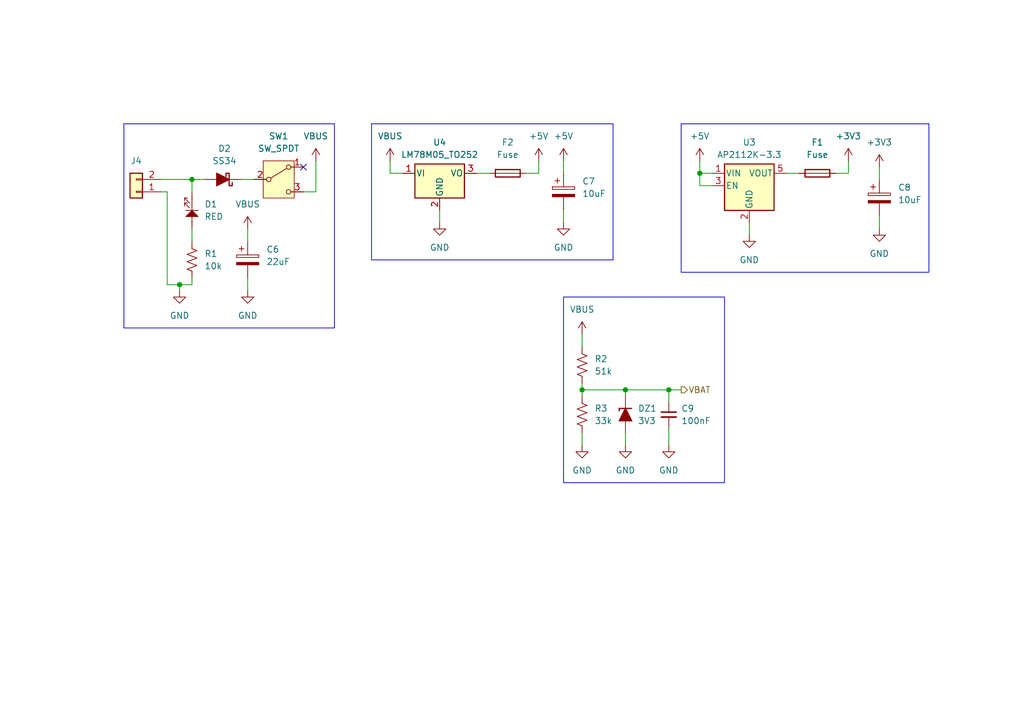
<source format=kicad_sch>
(kicad_sch (version 20231120) (generator "eeschema") (generator_version "8.0")
  (paper "A5")
  (title_block (title "Ideal Everything Controller Receiver - (v1.0)") (date "2024-04-07") (rev "R0"))
  (lib_symbols
    (symbol "Connector_Generic:Conn_01x02" (pin_names (offset 1.016) hide)
      (property "Reference" "J" (at 0 2.54 0))
      (property "Value" "Conn_01x02" (at 0 -5.08 0))
      (symbol "Conn_01x02_1_1"
        (rectangle (start -1.27 -2.413) (end 0 -2.667) (stroke (width 0.1524)))
        (rectangle (start -1.27 0.127) (end 0 -0.127) (stroke (width 0.1524)))
        (rectangle (start -1.27 1.27) (end 1.27 -3.81) (stroke (width 0.254)) (fill (type background)))
        (pin passive line (at -5.08 0 0) (length 3.81) (name "Pin_1") (number "1"))
        (pin passive line (at -5.08 -2.54 0) (length 3.81) (name "Pin_2") (number "2"))
      )
    )
    (symbol "Device:C_Polarized" (pin_numbers hide) (pin_names (offset 0.254))
      (property "Reference" "C" (at 0.635 2.54 0))
      (property "Value" "C_Polarized" (at 0.635 -2.54 0))
      (symbol "C_Polarized_0_1"
        (rectangle (start -2.286 0.508) (end 2.286 1.016))
        (polyline (pts (xy -1.778 2.286) (xy -0.762 2.286)))
        (polyline (pts (xy -1.27 2.794) (xy -1.27 1.778)))
        (rectangle (start 2.286 -0.508) (end -2.286 -1.016) (fill (type outline)))
      )
      (symbol "C_Polarized_1_1"
        (pin passive line (at 0 3.81 270) (length 2.794) (name "~") (number "1"))
        (pin passive line (at 0 -3.81 90) (length 2.794) (name "~") (number "2"))
      )
    )
    (symbol "Device:C_Small" (pin_numbers hide) (pin_names (offset 0.254) hide)
      (property "Reference" "C" (at 0.254 1.778 0))
      (property "Value" "C_Small" (at 0.254 -2.032 0))
      (symbol "C_Small_0_1"
        (polyline (pts (xy -1.524 -0.508) (xy 1.524 -0.508)) (stroke (width 0.3302)))
        (polyline (pts (xy -1.524 0.508) (xy 1.524 0.508)) (stroke (width 0.3048)))
      )
      (symbol "C_Small_1_1"
        (pin passive line (at 0 2.54 270) (length 2.032) (name "~") (number "1"))
        (pin passive line (at 0 -2.54 90) (length 2.032) (name "~") (number "2"))
      )
    )
    (symbol "Device:Fuse" (pin_numbers hide) (pin_names (offset 0))
      (property "Reference" "F" (at 2.032 0 90))
      (property "Value" "Fuse" (at -1.905 0 90))
      (symbol "Fuse_0_1"
        (rectangle (start -0.762 -2.54) (end 0.762 2.54) (stroke (width 0.254)))
        (polyline (pts (xy 0 2.54) (xy 0 -2.54)))
      )
      (symbol "Fuse_1_1"
        (pin passive line (at 0 3.81 270) (length 1.27) (name "~") (number "1"))
        (pin passive line (at 0 -3.81 90) (length 1.27) (name "~") (number "2"))
      )
    )
    (symbol "Device:R_US" (pin_numbers hide) (pin_names (offset 0))
      (property "Reference" "R" (at 2.54 0 90))
      (property "Value" "R_US" (at -2.54 0 90))
      (symbol "R_US_0_1"
        (polyline (pts (xy 0 -2.286) (xy 0 -2.54)))
        (polyline (pts (xy 0 2.286) (xy 0 2.54)))
        (polyline (pts (xy 0 -0.762) (xy 1.016 -1.143) (xy 0 -1.524) (xy -1.016 -1.905) (xy 0 -2.286)))
        (polyline (pts (xy 0 0.762) (xy 1.016 0.381) (xy 0 0) (xy -1.016 -0.381) (xy 0 -0.762)))
        (polyline (pts (xy 0 2.286) (xy 1.016 1.905) (xy 0 1.524) (xy -1.016 1.143) (xy 0 0.762)))
      )
      (symbol "R_US_1_1"
        (pin passive line (at 0 3.81 270) (length 1.27) (name "~") (number "1"))
        (pin passive line (at 0 -3.81 90) (length 1.27) (name "~") (number "2"))
      )
    )
    (symbol "PCM_Diode_Schottky_AKL:D_Schottky_Generic" (pin_numbers hide) (pin_names (offset 1.016) hide)
      (property "Reference" "D" (at 0 5.08 0))
      (property "Value" "D_Schottky_Generic" (at 0 2.54 0))
      (symbol "D_Schottky_Generic_0_1"
        (polyline (pts (xy -1.27 0) (xy 1.27 0)))
        (polyline (pts (xy -1.27 -1.27) (xy -1.27 1.27) (xy 1.27 0) (xy -1.27 -1.27)) (stroke (width 0.254)) (fill (type outline)))
        (polyline (pts (xy 1.905 -0.635) (xy 1.905 -1.27) (xy 1.27 -1.27) (xy 1.27 1.27) (xy 0.635 1.27) (xy 0.635 0.635)) (stroke (width 0.254)))
      )
      (symbol "D_Schottky_Generic_1_1"
        (pin passive line (at 3.81 0 180) (length 2.54) (name "K") (number "1"))
        (pin passive line (at -3.81 0 0) (length 2.54) (name "A") (number "2"))
      )
    )
    (symbol "PCM_Diode_Zener_AKL:D_Zener_Generic" (pin_numbers hide) (pin_names (offset 1.016) hide)
      (property "Reference" "DZ" (at 0 5.08 0))
      (property "Value" "D_Zener_Generic" (at 0 2.54 0))
      (symbol "D_Zener_Generic_0_1"
        (polyline (pts (xy -1.27 0) (xy 1.27 0)))
        (polyline (pts (xy 1.27 1.27) (xy 0.762 1.27)) (stroke (width 0.254)))
        (polyline (pts (xy 1.27 1.27) (xy 1.27 -1.27)) (stroke (width 0.254)))
        (polyline (pts (xy -1.27 -1.27) (xy -1.27 1.27) (xy 1.27 0) (xy -1.27 -1.27)) (stroke (width 0.254)) (fill (type outline)))
      )
      (symbol "D_Zener_Generic_1_1"
        (pin passive line (at 3.81 0 180) (length 2.54) (name "K") (number "1"))
        (pin passive line (at -3.81 0 0) (length 2.54) (name "A") (number "2"))
      )
    )
    (symbol "PCM_SL_Devices:LED"
      (property "Reference" "D" (at -0.508 5.334 0))
      (property "Value" "LED" (at -0.508 2.794 0))
      (symbol "LED_0_1"
        (polyline (pts (xy -1.27 0) (xy -2.54 0)))
        (polyline (pts (xy 0 1.27) (xy 0 -1.27)))
        (polyline (pts (xy 0.508 0.508) (xy 1.524 1.524)))
        (polyline (pts (xy 1.27 0) (xy 2.54 0)))
        (polyline (pts (xy 1.524 0.508) (xy 2.54 1.524)))
        (polyline (pts (xy 1.524 1.524) (xy 0.889 1.524)))
        (polyline (pts (xy 1.524 1.524) (xy 1.524 0.889)))
        (polyline (pts (xy 2.54 1.524) (xy 1.905 1.524)))
        (polyline (pts (xy 2.54 1.524) (xy 2.54 0.889)))
        (polyline (pts (xy 0 0) (xy -1.27 -1.27) (xy -1.27 1.27) (xy 0 0) (xy 1.27 0)) (fill (type outline)))
      )
      (symbol "LED_1_1"
        (pin passive line (at 3.81 0 180) (length 1.5) (name "~") (number "1"))
        (pin passive line (at -3.81 0 0) (length 1.5) (name "") (number "2"))
      )
    )
    (symbol "Regulator_Linear:AP2112K-3.3" (pin_names (offset 0.254))
      (property "Reference" "U" (at -5.08 5.715 0))
      (property "Value" "AP2112K-3.3" (at 0 5.715 0))
      (symbol "AP2112K-3.3_0_1"
        (rectangle (start -5.08 4.445) (end 5.08 -5.08) (stroke (width 0.254)) (fill (type background)))
      )
      (symbol "AP2112K-3.3_1_1"
        (pin power_in line (at -7.62 2.54 0) (length 2.54) (name "VIN") (number "1"))
        (pin power_in line (at 0 -7.62 90) (length 2.54) (name "GND") (number "2"))
        (pin input line (at -7.62 0 0) (length 2.54) (name "EN") (number "3"))
        (pin no_connect line (at 5.08 0 180) (length 2.54) hide (name "NC") (number "4"))
        (pin power_out line (at 7.62 2.54 180) (length 2.54) (name "VOUT") (number "5"))
      )
    )
    (symbol "Regulator_Linear:LM78M05_TO252" (pin_names (offset 0.254))
      (property "Reference" "U" (at -3.81 3.175 0))
      (property "Value" "LM78M05_TO252" (at 0 3.175 0))
      (symbol "LM78M05_TO252_0_1"
        (rectangle (start -5.08 1.905) (end 5.08 -5.08) (stroke (width 0.254)) (fill (type background)))
      )
      (symbol "LM78M05_TO252_1_1"
        (pin power_in line (at -7.62 0 0) (length 2.54) (name "VI") (number "1"))
        (pin power_in line (at 0 -7.62 90) (length 2.54) (name "GND") (number "2"))
        (pin power_out line (at 7.62 0 180) (length 2.54) (name "VO") (number "3"))
      )
    )
    (symbol "Switch:SW_SPDT" (pin_names (offset 0) hide)
      (property "Reference" "SW" (at 0 5.08 0))
      (property "Value" "SW_SPDT" (at 0 -5.08 0))
      (symbol "SW_SPDT_0_1"
        (circle (center -2.032 0) (radius 0.4572))
        (polyline (pts (xy -1.651 0.254) (xy 1.651 2.286)))
        (circle (center 2.032 -2.54) (radius 0.4572))
        (circle (center 2.032 2.54) (radius 0.4572))
      )
      (symbol "SW_SPDT_1_1"
        (rectangle (start -3.175 3.81) (end 3.175 -3.81) (fill (type background)))
        (pin passive line (at 5.08 2.54 180) (length 2.54) (name "A") (number "1"))
        (pin passive line (at -5.08 0 0) (length 2.54) (name "B") (number "2"))
        (pin passive line (at 5.08 -2.54 180) (length 2.54) (name "C") (number "3"))
      )
    )
    (symbol "power:+3V3" (power) (pin_numbers hide) (pin_names (offset 0) hide)
      (property "Value" "+3V3" (at 0 3.556 0))
      (symbol "+3V3_0_1"
        (polyline (pts (xy -0.762 1.27) (xy 0 2.54)))
        (polyline (pts (xy 0 0) (xy 0 2.54)))
        (polyline (pts (xy 0 2.54) (xy 0.762 1.27)))
      )
      (symbol "+3V3_1_1"
        (pin power_in line (at 0 0 90) (length 0) (name "~") (number "1"))
      )
    )
    (symbol "power:+5V" (power) (pin_numbers hide) (pin_names (offset 0) hide)
      (property "Value" "+5V" (at 0 3.556 0))
      (symbol "+5V_0_1"
        (polyline (pts (xy -0.762 1.27) (xy 0 2.54)))
        (polyline (pts (xy 0 0) (xy 0 2.54)))
        (polyline (pts (xy 0 2.54) (xy 0.762 1.27)))
      )
      (symbol "+5V_1_1"
        (pin power_in line (at 0 0 90) (length 0) (name "~") (number "1"))
      )
    )
    (symbol "power:GND" (power) (pin_numbers hide) (pin_names (offset 0) hide)
      (property "Value" "GND" (at 0 -3.81 0))
      (symbol "GND_0_1"
        (polyline (pts (xy 0 0) (xy 0 -1.27) (xy 1.27 -1.27) (xy 0 -2.54) (xy -1.27 -1.27) (xy 0 -1.27)))
      )
      (symbol "GND_1_1"
        (pin power_in line (at 0 0 270) (length 0) (name "~") (number "1"))
      )
    )
    (symbol "power:VBUS" (power) (pin_numbers hide) (pin_names (offset 0) hide)
      (property "Value" "VBUS" (at 0 3.556 0))
      (symbol "VBUS_0_1"
        (polyline (pts (xy -0.762 1.27) (xy 0 2.54)))
        (polyline (pts (xy 0 0) (xy 0 2.54)))
        (polyline (pts (xy 0 2.54) (xy 0.762 1.27)))
      )
      (symbol "VBUS_1_1"
        (pin power_in line (at 0 0 90) (length 0) (name "~") (number "1"))
      )
    )
  )
  (junction (at 119.38 80.01))
  (junction (at 143.51 35.56))
  (junction (at 137.16 80.01))
  (junction (at 39.37 36.83))
  (junction (at 36.83 58.42))
  (junction (at 128.27 80.01))
  (no_connect (at 62.23 34.29))
  (wire (pts (xy 173.99 33.02) (xy 173.99 35.56)))
  (wire (pts (xy 80.01 33.02) (xy 80.01 35.56)))
  (wire (pts (xy 62.23 39.37) (xy 64.77 39.37)))
  (wire (pts (xy 115.57 43.18) (xy 115.57 45.72)))
  (wire (pts (xy 128.27 88.9) (xy 128.27 91.44)))
  (wire (pts (xy 119.38 80.01) (xy 119.38 81.28)))
  (wire (pts (xy 36.83 58.42) (xy 39.37 58.42)))
  (wire (pts (xy 146.05 38.1) (xy 143.51 38.1)))
  (wire (pts (xy 33.02 36.83) (xy 39.37 36.83)))
  (wire (pts (xy 137.16 87.63) (xy 137.16 91.44)))
  (wire (pts (xy 128.27 80.01) (xy 128.27 81.28)))
  (wire (pts (xy 107.95 35.56) (xy 110.49 35.56)))
  (wire (pts (xy 173.99 35.56) (xy 171.45 35.56)))
  (wire (pts (xy 34.29 58.42) (xy 36.83 58.42)))
  (wire (pts (xy 143.51 35.56) (xy 143.51 33.02)))
  (wire (pts (xy 143.51 38.1) (xy 143.51 35.56)))
  (wire (pts (xy 64.77 39.37) (xy 64.77 33.02)))
  (wire (pts (xy 143.51 35.56) (xy 146.05 35.56)))
  (wire (pts (xy 137.16 80.01) (xy 139.7 80.01)))
  (wire (pts (xy 119.38 78.74) (xy 119.38 80.01)))
  (wire (pts (xy 115.57 33.02) (xy 115.57 35.56)))
  (wire (pts (xy 110.49 35.56) (xy 110.49 33.02)))
  (wire (pts (xy 153.67 45.72) (xy 153.67 48.26)))
  (wire (pts (xy 97.79 35.56) (xy 100.33 35.56)))
  (wire (pts (xy 119.38 68.58) (xy 119.38 71.12)))
  (wire (pts (xy 36.83 59.69) (xy 36.83 58.42)))
  (wire (pts (xy 49.53 36.83) (xy 52.07 36.83)))
  (wire (pts (xy 80.01 35.56) (xy 82.55 35.56)))
  (wire (pts (xy 39.37 36.83) (xy 41.91 36.83)))
  (wire (pts (xy 50.8 57.15) (xy 50.8 59.69)))
  (wire (pts (xy 90.17 43.18) (xy 90.17 45.72)))
  (wire (pts (xy 39.37 39.37) (xy 39.37 36.83)))
  (wire (pts (xy 180.34 34.29) (xy 180.34 36.83)))
  (wire (pts (xy 50.8 46.99) (xy 50.8 49.53)))
  (wire (pts (xy 34.29 39.37) (xy 34.29 58.42)))
  (wire (pts (xy 161.29 35.56) (xy 163.83 35.56)))
  (wire (pts (xy 39.37 58.42) (xy 39.37 57.15)))
  (wire (pts (xy 137.16 80.01) (xy 137.16 82.55)))
  (wire (pts (xy 33.02 39.37) (xy 34.29 39.37)))
  (wire (pts (xy 128.27 80.01) (xy 137.16 80.01)))
  (wire (pts (xy 180.34 44.45) (xy 180.34 46.99)))
  (wire (pts (xy 119.38 80.01) (xy 128.27 80.01)))
  (wire (pts (xy 39.37 46.99) (xy 39.37 49.53)))
  (wire (pts (xy 119.38 88.9) (xy 119.38 91.44)))
  (rectangle (start 139.7 25.4) (end 190.5 55.88))
  (rectangle (start 115.57 60.96) (end 148.59 99.06))
  (rectangle (start 25.4 25.4) (end 68.58 67.31))
  (rectangle (start 76.2 25.4) (end 125.73 53.34))
  (hierarchical_label "VBAT" (shape output) (at 139.7 80.01 0))
  (symbol (lib_id "power:+5V") (at 143.51 33.02 0) (unit 1)
    (property "Reference" "#PWR030" (effects (hide yes)))
    (property "Value" "+5V" (at 143.51 27.94 0))
    (property "Description" "Power symbol creates a global label with name \"+5V\"" (effects (hide yes)))
  )
  (symbol (lib_id "Regulator_Linear:LM78M05_TO252") (at 90.17 35.56 0) (unit 1)
    (property "Reference" "U4" (at 90.17 29.21 0))
    (property "Value" "LM78M05_TO252" (at 90.17 31.75 0))
    (property "Footprint" "Package_TO_SOT_SMD:TO-252-2" (effects (hide yes)))
    (property "Datasheet" "https://www.onsemi.com/pub/Collateral/MC78M00-D.PDF" (effects (hide yes)))
    (property "Description" "Positive 500mA 35V Linear Regulator, Fixed Output 5V, TO-252 (D-PAK)" (effects (hide yes)))
  )
  (symbol (lib_id "power:+5V") (at 110.49 33.02 0) (unit 1)
    (property "Reference" "#PWR045" (effects (hide yes)))
    (property "Value" "+5V" (at 110.49 27.94 0))
    (property "Description" "Power symbol creates a global label with name \"+5V\"" (effects (hide yes)))
  )
  (symbol (lib_id "PCM_Diode_Schottky_AKL:D_Schottky_Generic") (at 45.72 36.83 0) (unit 1)
    (property "Reference" "D2" (at 46.0375 30.48 0))
    (property "Value" "SS34" (at 46.0375 33.02 0))
    (property "Footprint" "Diode_SMD:D_SMA" (effects (hide yes)))
    (property "Description" "Schottky diode, Generic Symbol, Alternate KiCAD Library" (effects (hide yes)))
  )
  (symbol (lib_id "Device:C_Polarized") (at 50.8 53.34 0) (unit 1)
    (property "Reference" "C6" (at 54.61 51.1809 0) (effects (justify left)))
    (property "Value" "22uF" (at 54.61 53.7209 0) (effects (justify left)))
    (property "Footprint" "Capacitor_Tantalum_SMD:CP_EIA-7343-31_Kemet-D" (effects (hide yes)))
    (property "Description" "Polarized capacitor" (effects (hide yes)))
  )
  (symbol (lib_id "power:GND") (at 128.27 91.44 0) (unit 1)
    (property "Reference" "#PWR033" (effects (hide yes)))
    (property "Value" "GND" (at 128.27 96.52 0))
    (property "Description" "Power symbol creates a global label with name \"GND\" , ground" (effects (hide yes)))
  )
  (symbol (lib_id "Device:R_US") (at 119.38 85.09 0) (unit 1)
    (property "Reference" "R3" (at 121.92 83.8199 0) (effects (justify left)))
    (property "Value" "33k" (at 121.92 86.3599 0) (effects (justify left)))
    (property "Footprint" "Resistor_SMD:R_0805_2012Metric" (effects (hide yes)))
    (property "Description" "Resistor, US symbol" (effects (hide yes)))
  )
  (symbol (lib_id "power:+3V3") (at 173.99 33.02 0) (unit 1)
    (property "Reference" "#PWR036" (effects (hide yes)))
    (property "Value" "+3V3" (at 173.99 27.94 0))
    (property "Description" "Power symbol creates a global label with name \"+3V3\"" (effects (hide yes)))
  )
  (symbol (lib_id "power:GND") (at 115.57 45.72 0) (unit 1)
    (property "Reference" "#PWR026" (effects (hide yes)))
    (property "Value" "GND" (at 115.57 50.8 0))
    (property "Description" "Power symbol creates a global label with name \"GND\" , ground" (effects (hide yes)))
  )
  (symbol (lib_id "power:+5V") (at 115.57 33.02 0) (unit 1)
    (property "Reference" "#PWR025" (effects (hide yes)))
    (property "Value" "+5V" (at 115.57 27.94 0))
    (property "Description" "Power symbol creates a global label with name \"+5V\"" (effects (hide yes)))
  )
  (symbol (lib_id "Connector_Generic:Conn_01x02") (at 27.94 39.37 180) (unit 1)
    (property "Reference" "J4" (at 27.94 33.02 0))
    (property "Value" "Conn_01x02" (effects (hide yes)))
    (property "Footprint" "TerminalBlock_4Ucon:TerminalBlock_4Ucon_1x02_P3.50mm_Horizontal" (effects (hide yes)))
    (property "Description" "Generic connector, single row, 01x02, script generated (kicad-library-utils/schlib/autogen/connector/)" (effects (hide yes)))
  )
  (symbol (lib_id "power:VBUS") (at 119.38 68.58 0) (unit 1)
    (property "Reference" "#PWR031" (effects (hide yes)))
    (property "Value" "VBUS" (at 119.38 63.5 0))
    (property "Description" "Power symbol creates a global label with name \"VBUS\"" (effects (hide yes)))
  )
  (symbol (lib_id "power:VBUS") (at 80.01 33.02 0) (unit 1)
    (property "Reference" "#PWR037" (effects (hide yes)))
    (property "Value" "VBUS" (at 80.01 27.94 0))
    (property "Description" "Power symbol creates a global label with name \"VBUS\"" (effects (hide yes)))
  )
  (symbol (lib_id "power:VBUS") (at 50.8 46.99 0) (unit 1)
    (property "Reference" "#PWR022" (effects (hide yes)))
    (property "Value" "VBUS" (at 50.8 41.91 0))
    (property "Description" "Power symbol creates a global label with name \"VBUS\"" (effects (hide yes)))
  )
  (symbol (lib_id "Device:R_US") (at 39.37 53.34 0) (unit 1)
    (property "Reference" "R1" (at 41.91 52.0699 0) (effects (justify left)))
    (property "Value" "10k" (at 41.91 54.6099 0) (effects (justify left)))
    (property "Footprint" "Resistor_SMD:R_0805_2012Metric" (effects (hide yes)))
    (property "Description" "Resistor, US symbol" (effects (hide yes)))
  )
  (symbol (lib_id "power:+3V3") (at 180.34 34.29 0) (unit 1)
    (property "Reference" "#PWR027" (effects (hide yes)))
    (property "Value" "+3V3" (at 180.34 29.21 0))
    (property "Description" "Power symbol creates a global label with name \"+3V3\"" (effects (hide yes)))
  )
  (symbol (lib_id "Switch:SW_SPDT") (at 57.15 36.83 0) (unit 1)
    (property "Reference" "SW1" (at 57.15 27.94 0))
    (property "Value" "SW_SPDT" (at 57.15 30.48 0))
    (property "Footprint" "Button_Switch_THT:SW_Slide_SPDT_Straight_CK_OS102011MS2Q" (effects (hide yes)))
    (property "Description" "Switch, single pole double throw" (effects (hide yes)))
  )
  (symbol (lib_id "Device:C_Polarized") (at 180.34 40.64 0) (unit 1)
    (property "Reference" "C8" (at 184.15 38.4809 0) (effects (justify left)))
    (property "Value" "10uF" (at 184.15 41.0209 0) (effects (justify left)))
    (property "Footprint" "Capacitor_Tantalum_SMD:CP_EIA-3528-21_Kemet-B" (effects (hide yes)))
    (property "Description" "Polarized capacitor" (effects (hide yes)))
  )
  (symbol (lib_id "Device:C_Polarized") (at 115.57 39.37 0) (unit 1)
    (property "Reference" "C7" (at 119.38 37.2109 0) (effects (justify left)))
    (property "Value" "10uF" (at 119.38 39.7509 0) (effects (justify left)))
    (property "Footprint" "Capacitor_Tantalum_SMD:CP_EIA-3528-21_Kemet-B" (effects (hide yes)))
    (property "Description" "Polarized capacitor" (effects (hide yes)))
  )
  (symbol (lib_id "power:VBUS") (at 64.77 33.02 0) (unit 1)
    (property "Reference" "#PWR029" (effects (hide yes)))
    (property "Value" "VBUS" (at 64.77 27.94 0))
    (property "Description" "Power symbol creates a global label with name \"VBUS\"" (effects (hide yes)))
  )
  (symbol (lib_id "power:GND") (at 50.8 59.69 0) (unit 1)
    (property "Reference" "#PWR023" (effects (hide yes)))
    (property "Value" "GND" (at 50.8 64.77 0))
    (property "Description" "Power symbol creates a global label with name \"GND\" , ground" (effects (hide yes)))
  )
  (symbol (lib_id "power:GND") (at 137.16 91.44 0) (unit 1)
    (property "Reference" "#PWR035" (effects (hide yes)))
    (property "Value" "GND" (at 137.16 96.52 0))
    (property "Description" "Power symbol creates a global label with name \"GND\" , ground" (effects (hide yes)))
  )
  (symbol (lib_id "Device:R_US") (at 119.38 74.93 0) (unit 1)
    (property "Reference" "R2" (at 121.92 73.6599 0) (effects (justify left)))
    (property "Value" "51k" (at 121.92 76.1999 0) (effects (justify left)))
    (property "Footprint" "Resistor_SMD:R_0805_2012Metric" (effects (hide yes)))
    (property "Description" "Resistor, US symbol" (effects (hide yes)))
  )
  (symbol (lib_id "PCM_SL_Devices:LED") (at 39.37 43.18 90) (unit 1)
    (property "Reference" "D1" (at 41.91 41.9099 90) (effects (justify right)))
    (property "Value" "RED" (at 41.91 44.4499 90) (effects (justify right)))
    (property "Footprint" "LED_SMD:LED_0805_2012Metric" (effects (hide yes)))
    (property "Description" "Common 5mm diameter LED" (effects (hide yes)))
  )
  (symbol (lib_id "Device:Fuse") (at 167.64 35.56 90) (unit 1)
    (property "Reference" "F1" (at 167.64 29.21 90))
    (property "Value" "Fuse" (at 167.64 31.75 90))
    (property "Footprint" "Fuse:Fuse_0805_2012Metric" (effects (hide yes)))
    (property "Description" "Fuse" (effects (hide yes)))
  )
  (symbol (lib_id "power:GND") (at 36.83 59.69 0) (unit 1)
    (property "Reference" "#PWR024" (effects (hide yes)))
    (property "Value" "GND" (at 36.83 64.77 0))
    (property "Description" "Power symbol creates a global label with name \"GND\" , ground" (effects (hide yes)))
  )
  (symbol (lib_id "Regulator_Linear:AP2112K-3.3") (at 153.67 38.1 0) (unit 1)
    (property "Reference" "U3" (at 153.67 29.21 0))
    (property "Value" "AP2112K-3.3" (at 153.67 31.75 0))
    (property "Footprint" "Package_TO_SOT_SMD:SOT-23-5" (effects (hide yes)))
    (property "Datasheet" "https://www.diodes.com/assets/Datasheets/AP2112.pdf" (effects (hide yes)))
    (property "Description" "600mA low dropout linear regulator, with enable pin, 3.8V-6V input voltage range, 3.3V fixed positive output, SOT-23-5" (effects (hide yes)))
  )
  (symbol (lib_id "power:GND") (at 180.34 46.99 0) (unit 1)
    (property "Reference" "#PWR028" (effects (hide yes)))
    (property "Value" "GND" (at 180.34 52.07 0))
    (property "Description" "Power symbol creates a global label with name \"GND\" , ground" (effects (hide yes)))
  )
  (symbol (lib_id "power:GND") (at 119.38 91.44 0) (unit 1)
    (property "Reference" "#PWR032" (effects (hide yes)))
    (property "Value" "GND" (at 119.38 96.52 0))
    (property "Description" "Power symbol creates a global label with name \"GND\" , ground" (effects (hide yes)))
  )
  (symbol (lib_id "Device:Fuse") (at 104.14 35.56 90) (unit 1)
    (property "Reference" "F2" (at 104.14 29.21 90))
    (property "Value" "Fuse" (at 104.14 31.75 90))
    (property "Footprint" "Fuse:Fuse_1812_4532Metric" (effects (hide yes)))
    (property "Description" "Fuse" (effects (hide yes)))
  )
  (symbol (lib_id "Device:C_Small") (at 137.16 85.09 0) (unit 1)
    (property "Reference" "C9" (at 139.7 83.8262 0) (effects (justify left)))
    (property "Value" "100nF" (at 139.7 86.3662 0) (effects (justify left)))
    (property "Footprint" "Capacitor_SMD:C_0805_2012Metric" (effects (hide yes)))
    (property "Description" "Unpolarized capacitor, small symbol" (effects (hide yes)))
  )
  (symbol (lib_id "power:GND") (at 90.17 45.72 0) (unit 1)
    (property "Reference" "#PWR040" (effects (hide yes)))
    (property "Value" "GND" (at 90.17 50.8 0))
    (property "Description" "Power symbol creates a global label with name \"GND\" , ground" (effects (hide yes)))
  )
  (symbol (lib_id "power:GND") (at 153.67 48.26 0) (unit 1)
    (property "Reference" "#PWR034" (effects (hide yes)))
    (property "Value" "GND" (at 153.67 53.34 0))
    (property "Description" "Power symbol creates a global label with name \"GND\" , ground" (effects (hide yes)))
  )
  (symbol (lib_id "PCM_Diode_Zener_AKL:D_Zener_Generic") (at 128.27 85.09 90) (unit 1)
    (property "Reference" "DZ1" (at 130.81 83.8199 90) (effects (justify right)))
    (property "Value" "3V3" (at 130.81 86.3599 90) (effects (justify right)))
    (property "Footprint" "Diode_SMD:D_MiniMELF" (effects (hide yes)))
    (property "Description" "Zener diode, generic symbol, Alternate KiCAD Library" (effects (hide yes)))
  )
)
</source>
